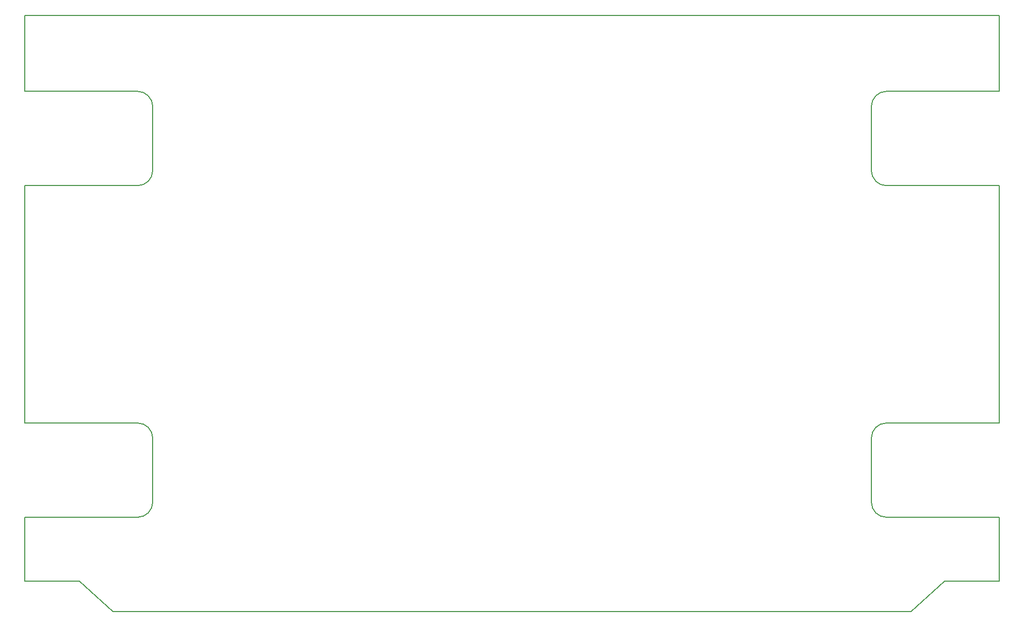
<source format=gm1>
G04 #@! TF.GenerationSoftware,KiCad,Pcbnew,5.1.6-c6e7f7d~86~ubuntu18.04.1*
G04 #@! TF.CreationDate,2020-06-20T16:23:47+10:00*
G04 #@! TF.ProjectId,X3V0_2,58335630-5f32-42e6-9b69-6361645f7063,rev?*
G04 #@! TF.SameCoordinates,Original*
G04 #@! TF.FileFunction,Profile,NP*
%FSLAX46Y46*%
G04 Gerber Fmt 4.6, Leading zero omitted, Abs format (unit mm)*
G04 Created by KiCad (PCBNEW 5.1.6-c6e7f7d~86~ubuntu18.04.1) date 2020-06-20 16:23:47*
%MOMM*%
%LPD*%
G01*
G04 APERTURE LIST*
G04 #@! TA.AperFunction,Profile*
%ADD10C,0.150000*%
G04 #@! TD*
G04 APERTURE END LIST*
D10*
X191000000Y-133000000D02*
X185500000Y-138000000D01*
X200000000Y-133000000D02*
X191000000Y-133000000D01*
X54500000Y-138000000D02*
X185500000Y-138000000D01*
X49000000Y-133000000D02*
X54500000Y-138000000D01*
X40000000Y-133000000D02*
X49000000Y-133000000D01*
X200000000Y-122500000D02*
X200000000Y-133000000D01*
X200000000Y-68000000D02*
X200000000Y-107000000D01*
X200000000Y-40000000D02*
X200000000Y-52500000D01*
X40000000Y-122500000D02*
X40000000Y-133000000D01*
X40000000Y-68000000D02*
X40000000Y-107000000D01*
X40000000Y-40000000D02*
X40000000Y-52500000D01*
X181500000Y-68000000D02*
G75*
G02*
X179000000Y-65500000I0J2500000D01*
G01*
X200000000Y-68000000D02*
X181500000Y-68000000D01*
X179000000Y-109500000D02*
G75*
G02*
X181500000Y-107000000I2500000J0D01*
G01*
X200000000Y-52500000D02*
X181500000Y-52500000D01*
X181500000Y-122500000D02*
G75*
G02*
X179000000Y-120000000I0J2500000D01*
G01*
X179000000Y-120000000D02*
X179000000Y-109500000D01*
X200000000Y-107000000D02*
X181500000Y-107000000D01*
X179000000Y-65500000D02*
X179000000Y-55000000D01*
X179000000Y-55000000D02*
G75*
G02*
X181500000Y-52500000I2500000J0D01*
G01*
X200000000Y-122500000D02*
X181500000Y-122500000D01*
X58500000Y-52500000D02*
G75*
G02*
X61000000Y-55000000I0J-2500000D01*
G01*
X40000000Y-52500000D02*
X58500000Y-52500000D01*
X40000000Y-68000000D02*
X58500000Y-68000000D01*
X61000000Y-55000000D02*
X61000000Y-65500000D01*
X61000000Y-65500000D02*
G75*
G02*
X58500000Y-68000000I-2500000J0D01*
G01*
X61000000Y-109500000D02*
X61005000Y-120000000D01*
X58500000Y-107000000D02*
G75*
G02*
X61000000Y-109500000I0J-2500000D01*
G01*
X40000000Y-107000000D02*
X58500000Y-107000000D01*
X61005000Y-120000000D02*
G75*
G02*
X58505000Y-122500000I-2500000J0D01*
G01*
X40000000Y-122500000D02*
X58500000Y-122500000D01*
X40000000Y-40000000D02*
X200000000Y-40000000D01*
M02*

</source>
